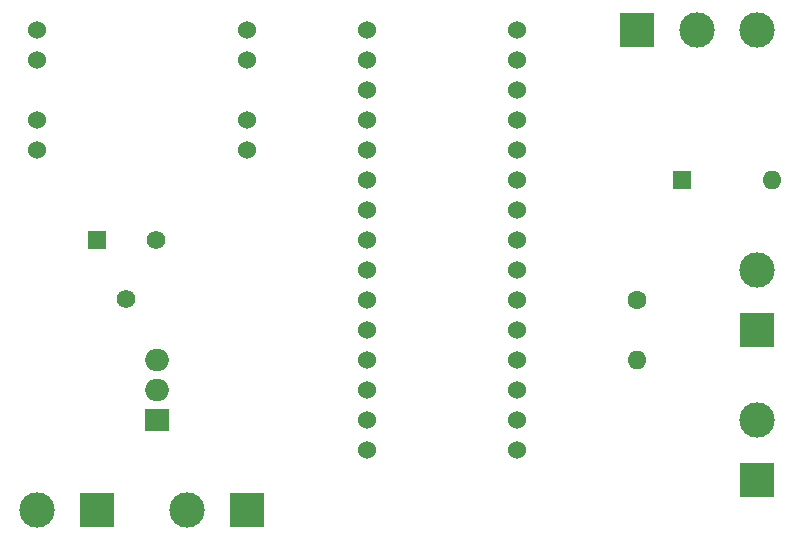
<source format=gbr>
%TF.GenerationSoftware,KiCad,Pcbnew,(6.0.5-0)*%
%TF.CreationDate,2022-06-17T15:09:36-06:00*%
%TF.ProjectId,ESP32,45535033-322e-46b6-9963-61645f706362,rev?*%
%TF.SameCoordinates,Original*%
%TF.FileFunction,Soldermask,Top*%
%TF.FilePolarity,Negative*%
%FSLAX46Y46*%
G04 Gerber Fmt 4.6, Leading zero omitted, Abs format (unit mm)*
G04 Created by KiCad (PCBNEW (6.0.5-0)) date 2022-06-17 15:09:36*
%MOMM*%
%LPD*%
G01*
G04 APERTURE LIST*
%ADD10R,3.000000X3.000000*%
%ADD11C,3.000000*%
%ADD12R,1.560000X1.560000*%
%ADD13C,1.560000*%
%ADD14R,1.600000X1.600000*%
%ADD15O,1.600000X1.600000*%
%ADD16C,1.524000*%
%ADD17R,2.000000X1.905000*%
%ADD18O,2.000000X1.905000*%
%ADD19C,1.600000*%
G04 APERTURE END LIST*
D10*
%TO.C,J3*%
X182880000Y-127000000D03*
D11*
X182880000Y-121920000D03*
%TD*%
D12*
%TO.C,RV1*%
X127000000Y-106680000D03*
D13*
X129500000Y-111680000D03*
X132000000Y-106680000D03*
%TD*%
D10*
%TO.C,J5*%
X172720000Y-88900000D03*
D11*
X177800000Y-88900000D03*
X182880000Y-88900000D03*
%TD*%
D14*
%TO.C,SW1*%
X176540000Y-101600000D03*
D15*
X184160000Y-101600000D03*
%TD*%
D10*
%TO.C,J1*%
X139700000Y-129540000D03*
D11*
X134620000Y-129540000D03*
%TD*%
D16*
%TO.C,U2*%
X121920000Y-91440000D03*
X121920000Y-88900000D03*
X121920000Y-99060000D03*
X121920000Y-96520000D03*
X139700000Y-88900000D03*
X139700000Y-91440000D03*
X139700000Y-99060000D03*
X139700000Y-96520000D03*
%TD*%
D17*
%TO.C,Q1*%
X132080000Y-121920000D03*
D18*
X132080000Y-119380000D03*
X132080000Y-116840000D03*
%TD*%
D16*
%TO.C,U1*%
X149860000Y-88900000D03*
X149860000Y-91440000D03*
X149860000Y-93980000D03*
X149860000Y-96520000D03*
X149860000Y-99060000D03*
X149860000Y-101600000D03*
X149860000Y-104140000D03*
X149860000Y-106680000D03*
X149860000Y-109220000D03*
X149860000Y-111760000D03*
X149860000Y-114300000D03*
X149860000Y-116840000D03*
X149860000Y-119380000D03*
X149860000Y-121920000D03*
X149860000Y-124460000D03*
X162560000Y-88900000D03*
X162560000Y-91440000D03*
X162560000Y-93980000D03*
X162560000Y-96520000D03*
X162560000Y-99060000D03*
X162560000Y-101600000D03*
X162560000Y-104140000D03*
X162560000Y-106680000D03*
X162560000Y-109220000D03*
X162560000Y-111760000D03*
X162560000Y-114300000D03*
X162560000Y-116840000D03*
X162560000Y-119380000D03*
X162560000Y-121920000D03*
X162560000Y-124460000D03*
%TD*%
D10*
%TO.C,J4*%
X182880000Y-114300000D03*
D11*
X182880000Y-109220000D03*
%TD*%
D10*
%TO.C,J2*%
X127000000Y-129540000D03*
D11*
X121920000Y-129540000D03*
%TD*%
D19*
%TO.C,R1*%
X172720000Y-111760000D03*
D15*
X172720000Y-116840000D03*
%TD*%
M02*

</source>
